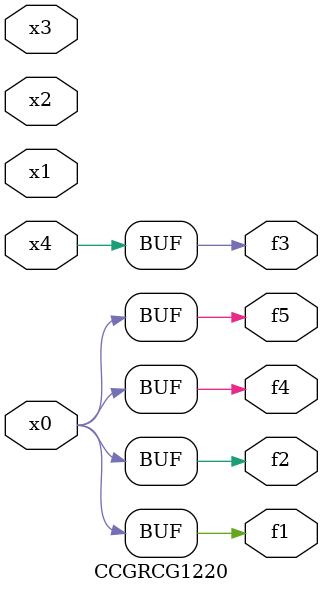
<source format=v>
module CCGRCG1220(
	input x0, x1, x2, x3, x4,
	output f1, f2, f3, f4, f5
);
	assign f1 = x0;
	assign f2 = x0;
	assign f3 = x4;
	assign f4 = x0;
	assign f5 = x0;
endmodule

</source>
